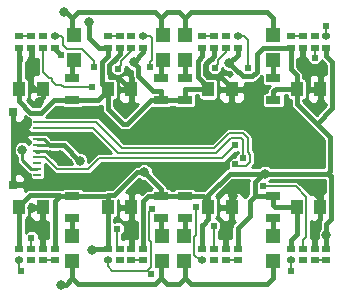
<source format=gbr>
G04 #@! TF.FileFunction,Copper,L2,Bot,Signal*
%FSLAX46Y46*%
G04 Gerber Fmt 4.6, Leading zero omitted, Abs format (unit mm)*
G04 Created by KiCad (PCBNEW (2014-12-04 BZR 5312)-product) date Ut 21. apríl 2015, 11:03:53 CEST*
%MOMM*%
G01*
G04 APERTURE LIST*
%ADD10C,0.100000*%
%ADD11R,1.300000X0.700000*%
%ADD12R,1.198880X1.198880*%
%ADD13R,0.650000X0.250000*%
%ADD14R,0.800000X0.700000*%
%ADD15O,0.720000X0.600000*%
%ADD16R,0.720000X0.600000*%
%ADD17R,1.000000X1.250000*%
%ADD18C,0.812800*%
%ADD19C,0.609600*%
%ADD20C,0.406400*%
%ADD21C,0.254000*%
%ADD22C,0.203200*%
G04 APERTURE END LIST*
D10*
D11*
X190500000Y-108450000D03*
X190500000Y-106550000D03*
D12*
X173601380Y-105031540D03*
X173601380Y-102933500D03*
X181140100Y-105031540D03*
X181140100Y-102933500D03*
X183000000Y-105049020D03*
X183000000Y-102950980D03*
X190500000Y-105049020D03*
X190500000Y-102950980D03*
X190500000Y-119950980D03*
X190500000Y-122049020D03*
X173500000Y-119950980D03*
X173500000Y-122049020D03*
X182920640Y-119923560D03*
X182920640Y-122021600D03*
X181119780Y-119913400D03*
X181119780Y-122011440D03*
D13*
X170537500Y-114750000D03*
X170537500Y-114250000D03*
X170537500Y-113750000D03*
X170537500Y-113250000D03*
X170537500Y-112750000D03*
X170537500Y-112250000D03*
X170537500Y-111750000D03*
X170537500Y-111250000D03*
X170537500Y-110750000D03*
X170537500Y-110250000D03*
D14*
X168462500Y-115600000D03*
X168462500Y-109400000D03*
D15*
X195000000Y-103000000D03*
D16*
X194000000Y-103000000D03*
X193000000Y-103000000D03*
X192000000Y-103000000D03*
X192000000Y-104000000D03*
X193000000Y-104000000D03*
X194000000Y-104000000D03*
X195000000Y-104000000D03*
D15*
X187500000Y-103000000D03*
D16*
X186500000Y-103000000D03*
X185500000Y-103000000D03*
X184500000Y-103000000D03*
X184500000Y-104000000D03*
X185500000Y-104000000D03*
X186500000Y-104000000D03*
X187500000Y-104000000D03*
D15*
X179500000Y-103000000D03*
D16*
X178500000Y-103000000D03*
X177500000Y-103000000D03*
X176500000Y-103000000D03*
X176500000Y-104000000D03*
X177500000Y-104000000D03*
X178500000Y-104000000D03*
X179500000Y-104000000D03*
D15*
X172000000Y-103000000D03*
D16*
X171000000Y-103000000D03*
X170000000Y-103000000D03*
X169000000Y-103000000D03*
X169000000Y-104000000D03*
X170000000Y-104000000D03*
X171000000Y-104000000D03*
X172000000Y-104000000D03*
D15*
X184500000Y-122000000D03*
D16*
X185500000Y-122000000D03*
X186500000Y-122000000D03*
X187500000Y-122000000D03*
X187500000Y-121000000D03*
X186500000Y-121000000D03*
X185500000Y-121000000D03*
X184500000Y-121000000D03*
D15*
X169000000Y-122000000D03*
D16*
X170000000Y-122000000D03*
X171000000Y-122000000D03*
X172000000Y-122000000D03*
X172000000Y-121000000D03*
X171000000Y-121000000D03*
X170000000Y-121000000D03*
X169000000Y-121000000D03*
D15*
X192000000Y-122000000D03*
D16*
X193000000Y-122000000D03*
X194000000Y-122000000D03*
X195000000Y-122000000D03*
X195000000Y-121000000D03*
X194000000Y-121000000D03*
X193000000Y-121000000D03*
X192000000Y-121000000D03*
D15*
X176500000Y-122000000D03*
D16*
X177500000Y-122000000D03*
X178500000Y-122000000D03*
X179500000Y-122000000D03*
X179500000Y-121000000D03*
X178500000Y-121000000D03*
X177500000Y-121000000D03*
X176500000Y-121000000D03*
D17*
X169000000Y-107500000D03*
X171000000Y-107500000D03*
X176500000Y-107500000D03*
X178500000Y-107500000D03*
X185000000Y-107500000D03*
X187000000Y-107500000D03*
X192500000Y-107500000D03*
X194500000Y-107500000D03*
X185000000Y-117500000D03*
X187000000Y-117500000D03*
X169000000Y-117500000D03*
X171000000Y-117500000D03*
X176500000Y-117500000D03*
X178500000Y-117500000D03*
X192500000Y-117500000D03*
X194500000Y-117500000D03*
D11*
X173500000Y-108450000D03*
X173500000Y-106550000D03*
X181000000Y-108450000D03*
X181000000Y-106550000D03*
X183000000Y-108450000D03*
X183000000Y-106550000D03*
X190500000Y-116550000D03*
X190500000Y-118450000D03*
X173500000Y-116550000D03*
X173500000Y-118450000D03*
X183000000Y-116550000D03*
X183000000Y-118450000D03*
X181000000Y-116550000D03*
X181000000Y-118450000D03*
D18*
X172419577Y-113062810D03*
X174259240Y-111541560D03*
X181442360Y-111668560D03*
X189461140Y-109634020D03*
X194518280Y-108684060D03*
X180350759Y-109443501D03*
X177985420Y-109179360D03*
X170109602Y-117568980D03*
X179336700Y-115587780D03*
X185516520Y-111285020D03*
X187085194Y-116509601D03*
X193807661Y-116128216D03*
X170654980Y-108546900D03*
X182615840Y-114117120D03*
X174083980Y-115242340D03*
X174111920Y-113558320D03*
X179575460Y-114515900D03*
X175155860Y-121102120D03*
X189814200Y-114645440D03*
X186795880Y-105300871D03*
X178679004Y-105215436D03*
X174929800Y-101820980D03*
X195000000Y-119841325D03*
D19*
X172493938Y-104576880D03*
X169070030Y-104939505D03*
D18*
X172544740Y-124091700D03*
X172793660Y-100977700D03*
D19*
X187283487Y-113854946D03*
X187924440Y-113355120D03*
X187273516Y-112246955D03*
D18*
X169243229Y-112626140D03*
D19*
X195003420Y-102123240D03*
X188394340Y-105697020D03*
X185539380Y-105666540D03*
X194010280Y-104861360D03*
X180032648Y-105625900D03*
X177346535Y-105757702D03*
X175313310Y-105623360D03*
X175140620Y-107358180D03*
X169141629Y-122900440D03*
X170037760Y-120068340D03*
X191985900Y-122908060D03*
X189636326Y-115739121D03*
X183991998Y-117480080D03*
X185484181Y-119053021D03*
X180167280Y-123164600D03*
X180211209Y-117611326D03*
X177302160Y-119301260D03*
D20*
X170000000Y-104000000D02*
X170000000Y-107165480D01*
X171000000Y-121000000D02*
X171000000Y-117500000D01*
X178500000Y-121000000D02*
X178500000Y-117500000D01*
X186500000Y-121000000D02*
X186500000Y-119000000D01*
X187000000Y-118531400D02*
X187000000Y-117500000D01*
X186531400Y-119000000D02*
X187000000Y-118531400D01*
X186500000Y-119000000D02*
X186531400Y-119000000D01*
X194000000Y-121000000D02*
X194000000Y-119000000D01*
X194500000Y-118531400D02*
X194500000Y-117500000D01*
X194031400Y-119000000D02*
X194500000Y-118531400D01*
X194000000Y-119000000D02*
X194031400Y-119000000D01*
D21*
X170537500Y-111250000D02*
X171630880Y-111250000D01*
X172279667Y-113202720D02*
X172419577Y-113062810D01*
X171754800Y-113202720D02*
X172279667Y-113202720D01*
X171302080Y-112750000D02*
X171754800Y-113202720D01*
X170537500Y-112750000D02*
X171302080Y-112750000D01*
X171922440Y-111541560D02*
X174259240Y-111541560D01*
X171630880Y-111250000D02*
X171922440Y-111541560D01*
D20*
X193593600Y-107500000D02*
X193406401Y-107312801D01*
X194500000Y-107500000D02*
X193593600Y-107500000D01*
X193406401Y-105310059D02*
X192963800Y-104867458D01*
X193406401Y-107312801D02*
X193406401Y-105310059D01*
X193000000Y-104831258D02*
X193000000Y-104000000D01*
X192963800Y-104867458D02*
X193000000Y-104831258D01*
X185500000Y-104000000D02*
X185500000Y-104653342D01*
X186002741Y-106377741D02*
X187000000Y-107375000D01*
X184828179Y-106007917D02*
X185198003Y-106377741D01*
X185500000Y-104653342D02*
X184828179Y-105325163D01*
X184828179Y-105325163D02*
X184828179Y-106007917D01*
X185198003Y-106377741D02*
X186002741Y-106377741D01*
X187000000Y-107375000D02*
X187000000Y-107500000D01*
X178356522Y-107500000D02*
X177325121Y-106468599D01*
X176634139Y-106138765D02*
X176634139Y-105451027D01*
X178500000Y-107500000D02*
X178356522Y-107500000D01*
X177325121Y-106468599D02*
X176963973Y-106468599D01*
X176963973Y-106468599D02*
X176634139Y-106138765D01*
X176634139Y-105451027D02*
X177143324Y-104941842D01*
X177143324Y-104941842D02*
X177143324Y-104908822D01*
X177500000Y-104552146D02*
X177500000Y-104000000D01*
X177143324Y-104908822D02*
X177500000Y-104552146D01*
X170334520Y-107500000D02*
X171000000Y-107500000D01*
X170000000Y-107165480D02*
X170334520Y-107500000D01*
X194518280Y-107518280D02*
X194500000Y-107500000D01*
X194518280Y-108684060D02*
X194518280Y-107518280D01*
X189461140Y-109001560D02*
X189461140Y-109634020D01*
X187959580Y-107500000D02*
X189461140Y-109001560D01*
X187000000Y-107500000D02*
X187959580Y-107500000D01*
X187000000Y-108503600D02*
X187000000Y-107500000D01*
X181442360Y-111668560D02*
X183835040Y-111668560D01*
X181442360Y-110535102D02*
X180350759Y-109443501D01*
X181442360Y-111668560D02*
X181442360Y-110535102D01*
X178500000Y-108664780D02*
X177985420Y-109179360D01*
X178500000Y-107500000D02*
X178500000Y-108664780D01*
X168462500Y-114843600D02*
X168462500Y-115600000D01*
X168430428Y-114811528D02*
X168462500Y-114843600D01*
X168430428Y-112235995D02*
X168430428Y-114811528D01*
X168462500Y-112203923D02*
X168430428Y-112235995D01*
D22*
X169716487Y-110957187D02*
X168462500Y-110957187D01*
X170009300Y-111250000D02*
X169716487Y-110957187D01*
D20*
X168462500Y-110957187D02*
X168462500Y-112203923D01*
D22*
X170537500Y-111250000D02*
X170009300Y-111250000D01*
D20*
X168462500Y-109400000D02*
X168462500Y-110957187D01*
X170931020Y-117568980D02*
X171000000Y-117500000D01*
X170109602Y-117568980D02*
X170931020Y-117568980D01*
X178500000Y-116424480D02*
X179336700Y-115587780D01*
X178500000Y-117500000D02*
X178500000Y-116424480D01*
X185198883Y-110304717D02*
X185198883Y-110967383D01*
X183835040Y-111668560D02*
X185198883Y-110304717D01*
X185198883Y-110967383D02*
X185516520Y-111285020D01*
X185198883Y-110304717D02*
X187000000Y-108503600D01*
X187085194Y-117414806D02*
X187000000Y-117500000D01*
X187085194Y-116509601D02*
X187085194Y-117414806D01*
X194500000Y-116820555D02*
X193807661Y-116128216D01*
X194500000Y-117500000D02*
X194500000Y-116820555D01*
X171000000Y-108201880D02*
X170654980Y-108546900D01*
X171000000Y-107500000D02*
X171000000Y-108201880D01*
X173500000Y-108450000D02*
X171906522Y-108450000D01*
X169000000Y-121000000D02*
X169000000Y-117500000D01*
X176500000Y-121000000D02*
X176500000Y-117500000D01*
X184500000Y-121000000D02*
X184500000Y-119000000D01*
X185000000Y-118531400D02*
X185000000Y-117500000D01*
X184531400Y-119000000D02*
X185000000Y-118531400D01*
X184500000Y-119000000D02*
X184531400Y-119000000D01*
X172443600Y-116550000D02*
X173500000Y-116550000D01*
X172000000Y-116993600D02*
X172443600Y-116550000D01*
X172000000Y-121000000D02*
X172000000Y-116993600D01*
X179943600Y-116550000D02*
X181000000Y-116550000D01*
X179500000Y-116993600D02*
X179943600Y-116550000D01*
X179500000Y-121000000D02*
X179500000Y-116993600D01*
X185000000Y-117500000D02*
X185000000Y-117000000D01*
X184550000Y-116550000D02*
X183000000Y-116550000D01*
X185000000Y-117000000D02*
X184550000Y-116550000D01*
X187500000Y-119250000D02*
X188500000Y-118250000D01*
X187500000Y-121000000D02*
X187500000Y-119250000D01*
X188500000Y-118250000D02*
X188500000Y-117000000D01*
X188950000Y-116550000D02*
X190500000Y-116550000D01*
X188500000Y-117000000D02*
X188950000Y-116550000D01*
X195000000Y-121000000D02*
X195000000Y-120293600D01*
X190500000Y-117306400D02*
X190500000Y-116550000D01*
X190693600Y-117500000D02*
X190500000Y-117306400D01*
X192500000Y-117500000D02*
X190693600Y-117500000D01*
X195000000Y-118893518D02*
X195406401Y-118487117D01*
X195000000Y-119000000D02*
X195000000Y-118893518D01*
D22*
X192024000Y-103902000D02*
X192048000Y-103878000D01*
D21*
X171116500Y-111750000D02*
X171612560Y-112246060D01*
X170537500Y-111750000D02*
X171116500Y-111750000D01*
X171608620Y-112250000D02*
X171612560Y-112246060D01*
X170537500Y-112250000D02*
X171608620Y-112250000D01*
D20*
X174101760Y-113558320D02*
X174111920Y-113558320D01*
X172793440Y-112250000D02*
X174101760Y-113558320D01*
X171608620Y-112250000D02*
X172793440Y-112250000D01*
X192000000Y-104000000D02*
X192000000Y-105822880D01*
X192500000Y-106322880D02*
X192500000Y-107500000D01*
X192000000Y-105822880D02*
X192500000Y-106322880D01*
X169000000Y-104000000D02*
X169000000Y-107500000D01*
X192000000Y-121000000D02*
X192000000Y-120293600D01*
X192000000Y-120293600D02*
X192500000Y-119793600D01*
X192500000Y-119793600D02*
X192500000Y-117500000D01*
X181000000Y-116550000D02*
X183000000Y-116550000D01*
X181000000Y-115940440D02*
X179575460Y-114515900D01*
X181000000Y-116550000D02*
X181000000Y-115940440D01*
X179000724Y-114515900D02*
X177052544Y-116464080D01*
X179575460Y-114515900D02*
X179000724Y-114515900D01*
X176500000Y-116468600D02*
X176500000Y-117500000D01*
X176504520Y-116464080D02*
X176500000Y-116468600D01*
X177052544Y-116464080D02*
X176504520Y-116464080D01*
X176418600Y-116550000D02*
X173500000Y-116550000D01*
X176504520Y-116464080D02*
X176418600Y-116550000D01*
X172362199Y-116468599D02*
X172443600Y-116550000D01*
X169906401Y-116468599D02*
X172362199Y-116468599D01*
X169000000Y-117375000D02*
X169906401Y-116468599D01*
X169000000Y-117500000D02*
X169000000Y-117375000D01*
X175257980Y-121000000D02*
X175155860Y-121102120D01*
X176500000Y-121000000D02*
X175257980Y-121000000D01*
X189677429Y-114645440D02*
X189814200Y-114645440D01*
X188925125Y-115397744D02*
X189677429Y-114645440D01*
X188925125Y-116525125D02*
X188925125Y-115397744D01*
X188950000Y-116550000D02*
X188925125Y-116525125D01*
X195406401Y-116487341D02*
X195406401Y-114885861D01*
X195406401Y-118487117D02*
X195406401Y-116487341D01*
X195406401Y-116487341D02*
X195406401Y-115906401D01*
X195165980Y-114645440D02*
X189814200Y-114645440D01*
X195406401Y-114885861D02*
X195165980Y-114645440D01*
X195165980Y-114645440D02*
X195165980Y-114561620D01*
X195165980Y-114561620D02*
X195320920Y-114406680D01*
X195320920Y-114406680D02*
X195320920Y-111544100D01*
X192500000Y-108723180D02*
X192500000Y-107500000D01*
X190500000Y-107693600D02*
X190708420Y-107485180D01*
X190500000Y-108450000D02*
X190500000Y-107693600D01*
X190723240Y-107500000D02*
X192500000Y-107500000D01*
X190708420Y-107485180D02*
X190723240Y-107500000D01*
X195000000Y-104706400D02*
X195501260Y-105207660D01*
X195000000Y-104000000D02*
X195000000Y-104706400D01*
X195501260Y-109091476D02*
X194184778Y-110407958D01*
X195501260Y-105207660D02*
X195501260Y-109091476D01*
X194184778Y-110407958D02*
X192500000Y-108723180D01*
X195320920Y-111544100D02*
X194184778Y-110407958D01*
X184093600Y-105112800D02*
X184500000Y-104706400D01*
X184093600Y-106468600D02*
X184093600Y-105112800D01*
X185000000Y-107500000D02*
X185000000Y-107375000D01*
X184500000Y-104706400D02*
X184500000Y-104000000D01*
X185000000Y-107375000D02*
X184093600Y-106468600D01*
X187500000Y-104596751D02*
X187500000Y-104000000D01*
X186795880Y-105300871D02*
X187500000Y-104596751D01*
X187202279Y-105707270D02*
X186795880Y-105300871D01*
X187903230Y-106408221D02*
X187202279Y-105707270D01*
X188735717Y-106408221D02*
X187903230Y-106408221D01*
X189105541Y-106038397D02*
X188735717Y-106408221D01*
X189105541Y-104513077D02*
X189105541Y-106038397D01*
X189618618Y-104000000D02*
X189105541Y-104513077D01*
X192000000Y-104000000D02*
X189618618Y-104000000D01*
X183000000Y-108450000D02*
X181000000Y-108450000D01*
X185000000Y-107500000D02*
X183058220Y-107500000D01*
X183000000Y-107558220D02*
X183000000Y-108450000D01*
X183058220Y-107500000D02*
X183000000Y-107558220D01*
X176500000Y-107500000D02*
X176024529Y-107024529D01*
X176024529Y-105181871D02*
X176500000Y-104706400D01*
X176500000Y-104706400D02*
X176500000Y-104000000D01*
X176024529Y-107024529D02*
X176024529Y-105181871D01*
X179500000Y-104394440D02*
X179500000Y-104000000D01*
X178679004Y-105215436D02*
X179500000Y-104394440D01*
X179085403Y-106366925D02*
X180340818Y-107622340D01*
X179085403Y-105621835D02*
X179085403Y-106366925D01*
X178679004Y-105215436D02*
X179085403Y-105621835D01*
X181000000Y-107693600D02*
X181000000Y-108450000D01*
X180928740Y-107622340D02*
X181000000Y-107693600D01*
X180340818Y-107622340D02*
X180928740Y-107622340D01*
X176500000Y-107625000D02*
X176500000Y-107500000D01*
X176500000Y-107625000D02*
X175674620Y-108450380D01*
X175674240Y-108450000D02*
X173500000Y-108450000D01*
X175674620Y-108450380D02*
X175674240Y-108450000D01*
X174929800Y-103196200D02*
X174929800Y-101820980D01*
X175733600Y-104000000D02*
X174929800Y-103196200D01*
X176500000Y-104000000D02*
X175733600Y-104000000D01*
X176500000Y-109154440D02*
X176500000Y-107625000D01*
X177769520Y-110423960D02*
X176500000Y-109154440D01*
X178145440Y-110423960D02*
X177769520Y-110423960D01*
X180119400Y-108450000D02*
X178145440Y-110423960D01*
X181000000Y-108450000D02*
X180119400Y-108450000D01*
X195000000Y-119841325D02*
X195000000Y-119000000D01*
X195000000Y-120293600D02*
X195000000Y-119841325D01*
X172000000Y-104082942D02*
X172493938Y-104576880D01*
X172000000Y-104000000D02*
X172000000Y-104082942D01*
X189239464Y-114645440D02*
X189814200Y-114645440D01*
X186823160Y-114645440D02*
X189239464Y-114645440D01*
X185000000Y-116468600D02*
X186823160Y-114645440D01*
X185000000Y-117500000D02*
X185000000Y-116468600D01*
X169000000Y-104869475D02*
X169070030Y-104939505D01*
X169000000Y-104000000D02*
X169000000Y-104869475D01*
X169000000Y-108531400D02*
X169000000Y-107500000D01*
X169952760Y-109484160D02*
X169000000Y-108531400D01*
X170872362Y-109484160D02*
X169952760Y-109484160D01*
X171906522Y-108450000D02*
X170872362Y-109484160D01*
X173500000Y-105049020D02*
X173500000Y-106550000D01*
X181000000Y-123500000D02*
X181000000Y-122049020D01*
X181000000Y-123500000D02*
X181500000Y-124000000D01*
X181500000Y-124000000D02*
X182500000Y-124000000D01*
X182500000Y-124000000D02*
X183000000Y-123500000D01*
X183000000Y-123500000D02*
X183000000Y-122049020D01*
X183000000Y-123500000D02*
X183500000Y-124000000D01*
X183500000Y-124000000D02*
X190000000Y-124000000D01*
X190000000Y-124000000D02*
X190500000Y-123500000D01*
X174000000Y-101000000D02*
X180500000Y-101000000D01*
X181000000Y-101500000D02*
X181000000Y-102950980D01*
X173500000Y-101500000D02*
X174000000Y-101000000D01*
X180500000Y-101000000D02*
X181000000Y-101500000D01*
X173500000Y-102950980D02*
X173500000Y-101500000D01*
X181000000Y-101500000D02*
X181500000Y-101000000D01*
X181500000Y-101000000D02*
X182500000Y-101000000D01*
X182500000Y-101000000D02*
X183000000Y-101500000D01*
X183000000Y-101500000D02*
X183000000Y-102950980D01*
X183000000Y-101500000D02*
X183500000Y-101000000D01*
X183500000Y-101000000D02*
X190000000Y-101000000D01*
X190000000Y-101000000D02*
X190500000Y-101500000D01*
X190500000Y-101500000D02*
X190500000Y-102950980D01*
X180500000Y-124000000D02*
X181000000Y-123500000D01*
X174000000Y-124000000D02*
X180500000Y-124000000D01*
X173500000Y-123500000D02*
X174000000Y-124000000D01*
X173500000Y-122049020D02*
X173500000Y-123500000D01*
X173558720Y-103009700D02*
X173500000Y-102950980D01*
X172926080Y-124073920D02*
X173500000Y-123500000D01*
X172562520Y-124073920D02*
X172926080Y-124073920D01*
X172544740Y-124091700D02*
X172562520Y-124073920D01*
X172970080Y-100970080D02*
X173500000Y-101500000D01*
X172786040Y-100970080D02*
X172970080Y-100970080D01*
X172793660Y-100977700D02*
X172786040Y-100970080D01*
X190500000Y-123500000D02*
X190500000Y-122049020D01*
X181000000Y-105049020D02*
X181000000Y-106550000D01*
X183000000Y-105049020D02*
X183000000Y-106550000D01*
X190500000Y-105049020D02*
X190500000Y-106550000D01*
X190500000Y-119950980D02*
X190500000Y-118450000D01*
X173500000Y-119950980D02*
X173500000Y-118450000D01*
X183000000Y-119950980D02*
X183000000Y-118450000D01*
X181000000Y-119950980D02*
X181000000Y-118450000D01*
D22*
X187393262Y-113964721D02*
X187283487Y-113854946D01*
X188330849Y-112859319D02*
X188534041Y-113062511D01*
X188217049Y-113964721D02*
X187393262Y-113964721D01*
X188330849Y-111596739D02*
X188330849Y-112859319D01*
X187965055Y-111230945D02*
X188330849Y-111596739D01*
X188534041Y-113647729D02*
X188217049Y-113964721D01*
X186725586Y-111230944D02*
X187965055Y-111230945D01*
X185485330Y-112471200D02*
X186725586Y-111230944D01*
X188534041Y-113062511D02*
X188534041Y-113647729D01*
X177713650Y-112471200D02*
X185485330Y-112471200D01*
X175492450Y-110250000D02*
X177713650Y-112471200D01*
X170537500Y-110250000D02*
X175492450Y-110250000D01*
X187924440Y-112924068D02*
X187924440Y-113355120D01*
X187796714Y-111637354D02*
X187924440Y-111765080D01*
X186893926Y-111637354D02*
X187796714Y-111637354D01*
X185640980Y-112890300D02*
X186893926Y-111637354D01*
X177391060Y-112890300D02*
X185640980Y-112890300D01*
X175250760Y-110750000D02*
X177391060Y-112890300D01*
X187924440Y-111765080D02*
X187924440Y-112924068D01*
X170537500Y-110750000D02*
X175250760Y-110750000D01*
X186190751Y-113329720D02*
X187273516Y-112246955D01*
X174848519Y-114269521D02*
X175788320Y-113329720D01*
X172210931Y-114269521D02*
X174848519Y-114269521D01*
X171191410Y-113250000D02*
X172210931Y-114269521D01*
X175788320Y-113329720D02*
X186190751Y-113329720D01*
X170537500Y-113250000D02*
X171191410Y-113250000D01*
D21*
X170260480Y-114250000D02*
X170257140Y-114246660D01*
X170537500Y-114250000D02*
X170260480Y-114250000D01*
X169243229Y-113500091D02*
X169243229Y-112626140D01*
X169989798Y-114246660D02*
X169243229Y-113500091D01*
X170257140Y-114246660D02*
X169989798Y-114246660D01*
D22*
X195003420Y-102996580D02*
X195000000Y-103000000D01*
X195003420Y-102123240D02*
X195003420Y-102996580D01*
X187500000Y-103000000D02*
X188063200Y-103000000D01*
X188063200Y-103000000D02*
X188394340Y-103331140D01*
X188394340Y-103331140D02*
X188394340Y-105265968D01*
X188394340Y-105265968D02*
X188394340Y-105697020D01*
X185844179Y-105361741D02*
X185539380Y-105666540D01*
X185844179Y-105044241D02*
X185844179Y-105361741D01*
X186500000Y-104388420D02*
X185844179Y-105044241D01*
X186500000Y-104000000D02*
X186500000Y-104388420D01*
X194010280Y-104010280D02*
X194000000Y-104000000D01*
X194010280Y-104861360D02*
X194010280Y-104010280D01*
X180233319Y-104994177D02*
X180032648Y-105194848D01*
X180032648Y-105194848D02*
X180032648Y-105625900D01*
X179500000Y-103000000D02*
X180063200Y-103000000D01*
X180063200Y-103000000D02*
X180233319Y-103170119D01*
X180233319Y-103170119D02*
X180233319Y-104994177D01*
X177651334Y-105119246D02*
X177651334Y-105452903D01*
X178500000Y-104270580D02*
X177651334Y-105119246D01*
X178500000Y-104000000D02*
X178500000Y-104270580D01*
X177651334Y-105452903D02*
X177346535Y-105757702D01*
X172001180Y-102998820D02*
X172000000Y-103000000D01*
X175313310Y-105103408D02*
X175313310Y-105192308D01*
X175313310Y-105192308D02*
X175313310Y-105623360D01*
X172563200Y-103000000D02*
X172697139Y-103133939D01*
X172697139Y-103133939D02*
X172697139Y-103776781D01*
X172697139Y-103776781D02*
X173047657Y-104127299D01*
X173047657Y-104127299D02*
X174337201Y-104127299D01*
X172000000Y-103000000D02*
X172563200Y-103000000D01*
X174337201Y-104127299D02*
X175313310Y-105103408D01*
X170990260Y-104009740D02*
X171000000Y-104000000D01*
X171540859Y-106570199D02*
X170990260Y-106019600D01*
X171743841Y-106570199D02*
X171540859Y-106570199D01*
X171804801Y-106834141D02*
X171804801Y-106631159D01*
X170990260Y-106019600D02*
X170990260Y-104009740D01*
X171804801Y-106631159D02*
X171743841Y-106570199D01*
X172114501Y-107143841D02*
X171804801Y-106834141D01*
X172759538Y-107358180D02*
X172545199Y-107143841D01*
X172545199Y-107143841D02*
X172114501Y-107143841D01*
X175140620Y-107358180D02*
X172759538Y-107358180D01*
X168910000Y-122190000D02*
X168934000Y-122166000D01*
X169003980Y-122003980D02*
X169000000Y-122000000D01*
X169003980Y-122762791D02*
X169003980Y-122003980D01*
X169141629Y-122900440D02*
X169003980Y-122762791D01*
X169926000Y-121158000D02*
X169934000Y-121166000D01*
X170037760Y-120962240D02*
X170000000Y-121000000D01*
X170037760Y-120068340D02*
X170037760Y-120962240D01*
X191985900Y-122014100D02*
X192000000Y-122000000D01*
X191985900Y-122908060D02*
X191985900Y-122014100D01*
X193000748Y-120999252D02*
X193000000Y-121000000D01*
X193000748Y-120298645D02*
X193000748Y-120999252D01*
X192412763Y-115739121D02*
X189636326Y-115739121D01*
X193304801Y-116631159D02*
X192412763Y-115739121D01*
X193304801Y-119994592D02*
X193304801Y-116631159D01*
X193000748Y-120298645D02*
X193304801Y-119994592D01*
X184477660Y-122022340D02*
X184500000Y-122000000D01*
X184500000Y-122000000D02*
X184268100Y-122000000D01*
X183991998Y-117911132D02*
X183991998Y-117480080D01*
X183991998Y-119825340D02*
X183991998Y-117911132D01*
X183835199Y-119982139D02*
X183991998Y-119825340D01*
X183835199Y-121567099D02*
X183835199Y-119982139D01*
X184268100Y-122000000D02*
X183835199Y-121567099D01*
X185484181Y-120984181D02*
X185500000Y-121000000D01*
X185484181Y-119053021D02*
X185484181Y-120984181D01*
X180167280Y-123164600D02*
X179862481Y-122859801D01*
X179862481Y-122859801D02*
X179848841Y-122859801D01*
X179848841Y-122859801D02*
X179813282Y-122895360D01*
X176476660Y-122023340D02*
X176500000Y-122000000D01*
X180164801Y-122543841D02*
X179813282Y-122895360D01*
X180164801Y-120456159D02*
X180164801Y-122543841D01*
X180008010Y-120299368D02*
X180164801Y-120456159D01*
X180008010Y-117814525D02*
X180008010Y-120299368D01*
X180211209Y-117611326D02*
X180008010Y-117814525D01*
X176476660Y-122479860D02*
X176476660Y-122344641D01*
X176892160Y-122895360D02*
X176476660Y-122479860D01*
X179813282Y-122895360D02*
X176892160Y-122895360D01*
X176476660Y-122344641D02*
X176476660Y-122023340D01*
X177302160Y-120802160D02*
X177500000Y-121000000D01*
X177302160Y-119301260D02*
X177302160Y-120802160D01*
X192000000Y-103000000D02*
X193000000Y-103000000D01*
X184500000Y-103000000D02*
X185500000Y-103000000D01*
X176500000Y-103000000D02*
X177500000Y-103000000D01*
X169000000Y-103000000D02*
X170000000Y-103000000D01*
X186500000Y-122000000D02*
X187500000Y-122000000D01*
X171000000Y-122000000D02*
X172000000Y-122000000D01*
X194000000Y-122000000D02*
X195000000Y-122000000D01*
X178500000Y-122000000D02*
X179500000Y-122000000D01*
D21*
G36*
X170684500Y-112788331D02*
X170390500Y-112788331D01*
X170390500Y-112711669D01*
X170684500Y-112711669D01*
X170684500Y-112788331D01*
X170684500Y-112788331D01*
G37*
X170684500Y-112788331D02*
X170390500Y-112788331D01*
X170390500Y-112711669D01*
X170684500Y-112711669D01*
X170684500Y-112788331D01*
G36*
X171147000Y-107627000D02*
X171127000Y-107627000D01*
X171127000Y-107647000D01*
X170873000Y-107647000D01*
X170873000Y-107627000D01*
X170023750Y-107627000D01*
X169865000Y-107785750D01*
X169865000Y-107998691D01*
X169865000Y-108251310D01*
X169961673Y-108484699D01*
X170140302Y-108663327D01*
X170373691Y-108760000D01*
X170714250Y-108760000D01*
X170872998Y-108601252D01*
X170872998Y-108729182D01*
X170651420Y-108950760D01*
X170173702Y-108950760D01*
X169646592Y-108423650D01*
X169736562Y-108364550D01*
X169810636Y-108254813D01*
X169836669Y-108125000D01*
X169836669Y-106875000D01*
X169812241Y-106749096D01*
X169739550Y-106638438D01*
X169629813Y-106564364D01*
X169533400Y-106545029D01*
X169533400Y-105374185D01*
X169608043Y-105299673D01*
X169704919Y-105066368D01*
X169705033Y-104935000D01*
X169714250Y-104935000D01*
X169873000Y-104776250D01*
X169873000Y-104127000D01*
X169853000Y-104127000D01*
X169853000Y-103873000D01*
X169873000Y-103873000D01*
X169873000Y-103853000D01*
X170127000Y-103853000D01*
X170127000Y-103873000D01*
X170147000Y-103873000D01*
X170147000Y-104127000D01*
X170127000Y-104127000D01*
X170127000Y-104776250D01*
X170285750Y-104935000D01*
X170486310Y-104935000D01*
X170558460Y-104905114D01*
X170558460Y-106019600D01*
X170591329Y-106184843D01*
X170628183Y-106240000D01*
X170373691Y-106240000D01*
X170140302Y-106336673D01*
X169961673Y-106515301D01*
X169865000Y-106748690D01*
X169865000Y-107001309D01*
X169865000Y-107214250D01*
X170023750Y-107373000D01*
X170873000Y-107373000D01*
X170873000Y-107353000D01*
X171127000Y-107353000D01*
X171127000Y-107373000D01*
X171147000Y-107373000D01*
X171147000Y-107627000D01*
X171147000Y-107627000D01*
G37*
X171147000Y-107627000D02*
X171127000Y-107627000D01*
X171127000Y-107647000D01*
X170873000Y-107647000D01*
X170873000Y-107627000D01*
X170023750Y-107627000D01*
X169865000Y-107785750D01*
X169865000Y-107998691D01*
X169865000Y-108251310D01*
X169961673Y-108484699D01*
X170140302Y-108663327D01*
X170373691Y-108760000D01*
X170714250Y-108760000D01*
X170872998Y-108601252D01*
X170872998Y-108729182D01*
X170651420Y-108950760D01*
X170173702Y-108950760D01*
X169646592Y-108423650D01*
X169736562Y-108364550D01*
X169810636Y-108254813D01*
X169836669Y-108125000D01*
X169836669Y-106875000D01*
X169812241Y-106749096D01*
X169739550Y-106638438D01*
X169629813Y-106564364D01*
X169533400Y-106545029D01*
X169533400Y-105374185D01*
X169608043Y-105299673D01*
X169704919Y-105066368D01*
X169705033Y-104935000D01*
X169714250Y-104935000D01*
X169873000Y-104776250D01*
X169873000Y-104127000D01*
X169853000Y-104127000D01*
X169853000Y-103873000D01*
X169873000Y-103873000D01*
X169873000Y-103853000D01*
X170127000Y-103853000D01*
X170127000Y-103873000D01*
X170147000Y-103873000D01*
X170147000Y-104127000D01*
X170127000Y-104127000D01*
X170127000Y-104776250D01*
X170285750Y-104935000D01*
X170486310Y-104935000D01*
X170558460Y-104905114D01*
X170558460Y-106019600D01*
X170591329Y-106184843D01*
X170628183Y-106240000D01*
X170373691Y-106240000D01*
X170140302Y-106336673D01*
X169961673Y-106515301D01*
X169865000Y-106748690D01*
X169865000Y-107001309D01*
X169865000Y-107214250D01*
X170023750Y-107373000D01*
X170873000Y-107373000D01*
X170873000Y-107353000D01*
X171127000Y-107353000D01*
X171127000Y-107373000D01*
X171147000Y-107373000D01*
X171147000Y-107627000D01*
G36*
X171466600Y-120065000D02*
X171285750Y-120065000D01*
X171127000Y-120223750D01*
X171127000Y-120873000D01*
X171147000Y-120873000D01*
X171147000Y-121127000D01*
X171127000Y-121127000D01*
X171127000Y-121147000D01*
X170873000Y-121147000D01*
X170873000Y-121127000D01*
X170853000Y-121127000D01*
X170853000Y-120873000D01*
X170873000Y-120873000D01*
X170873000Y-120223750D01*
X170873000Y-118601250D01*
X170873000Y-117627000D01*
X170023750Y-117627000D01*
X169865000Y-117785750D01*
X169865000Y-117998691D01*
X169865000Y-118251310D01*
X169961673Y-118484699D01*
X170140302Y-118663327D01*
X170373691Y-118760000D01*
X170714250Y-118760000D01*
X170873000Y-118601250D01*
X170873000Y-120223750D01*
X170714250Y-120065000D01*
X170672762Y-120065000D01*
X170672870Y-119942585D01*
X170576400Y-119709112D01*
X170397928Y-119530327D01*
X170164623Y-119433451D01*
X169912005Y-119433230D01*
X169678532Y-119529700D01*
X169533400Y-119674577D01*
X169533400Y-118455188D01*
X169625904Y-118437241D01*
X169736562Y-118364550D01*
X169810636Y-118254813D01*
X169836669Y-118125000D01*
X169836669Y-117292672D01*
X169890045Y-117239295D01*
X170023750Y-117373000D01*
X170873000Y-117373000D01*
X170873000Y-117353000D01*
X171127000Y-117353000D01*
X171127000Y-117373000D01*
X171147000Y-117373000D01*
X171147000Y-117627000D01*
X171127000Y-117627000D01*
X171127000Y-118601250D01*
X171285750Y-118760000D01*
X171466600Y-118760000D01*
X171466600Y-120065000D01*
X171466600Y-120065000D01*
G37*
X171466600Y-120065000D02*
X171285750Y-120065000D01*
X171127000Y-120223750D01*
X171127000Y-120873000D01*
X171147000Y-120873000D01*
X171147000Y-121127000D01*
X171127000Y-121127000D01*
X171127000Y-121147000D01*
X170873000Y-121147000D01*
X170873000Y-121127000D01*
X170853000Y-121127000D01*
X170853000Y-120873000D01*
X170873000Y-120873000D01*
X170873000Y-120223750D01*
X170873000Y-118601250D01*
X170873000Y-117627000D01*
X170023750Y-117627000D01*
X169865000Y-117785750D01*
X169865000Y-117998691D01*
X169865000Y-118251310D01*
X169961673Y-118484699D01*
X170140302Y-118663327D01*
X170373691Y-118760000D01*
X170714250Y-118760000D01*
X170873000Y-118601250D01*
X170873000Y-120223750D01*
X170714250Y-120065000D01*
X170672762Y-120065000D01*
X170672870Y-119942585D01*
X170576400Y-119709112D01*
X170397928Y-119530327D01*
X170164623Y-119433451D01*
X169912005Y-119433230D01*
X169678532Y-119529700D01*
X169533400Y-119674577D01*
X169533400Y-118455188D01*
X169625904Y-118437241D01*
X169736562Y-118364550D01*
X169810636Y-118254813D01*
X169836669Y-118125000D01*
X169836669Y-117292672D01*
X169890045Y-117239295D01*
X170023750Y-117373000D01*
X170873000Y-117373000D01*
X170873000Y-117353000D01*
X171127000Y-117353000D01*
X171127000Y-117373000D01*
X171147000Y-117373000D01*
X171147000Y-117627000D01*
X171127000Y-117627000D01*
X171127000Y-118601250D01*
X171285750Y-118760000D01*
X171466600Y-118760000D01*
X171466600Y-120065000D01*
G36*
X173430363Y-113837721D02*
X172389788Y-113837721D01*
X171496739Y-112944671D01*
X171418933Y-112892683D01*
X171418932Y-112892682D01*
X171403252Y-112877002D01*
X171497500Y-112877002D01*
X171497500Y-112761296D01*
X171608620Y-112783400D01*
X172572498Y-112783400D01*
X173375295Y-113586197D01*
X173375192Y-113704196D01*
X173430363Y-113837721D01*
X173430363Y-113837721D01*
G37*
X173430363Y-113837721D02*
X172389788Y-113837721D01*
X171496739Y-112944671D01*
X171418933Y-112892683D01*
X171418932Y-112892682D01*
X171403252Y-112877002D01*
X171497500Y-112877002D01*
X171497500Y-112761296D01*
X171608620Y-112783400D01*
X172572498Y-112783400D01*
X173375295Y-113586197D01*
X173375192Y-113704196D01*
X173430363Y-113837721D01*
G36*
X177647000Y-104127000D02*
X177627000Y-104127000D01*
X177627000Y-104147000D01*
X177373000Y-104147000D01*
X177373000Y-104127000D01*
X177353000Y-104127000D01*
X177353000Y-103873000D01*
X177373000Y-103873000D01*
X177373000Y-103853000D01*
X177627000Y-103853000D01*
X177627000Y-103873000D01*
X177647000Y-103873000D01*
X177647000Y-104127000D01*
X177647000Y-104127000D01*
G37*
X177647000Y-104127000D02*
X177627000Y-104127000D01*
X177627000Y-104147000D01*
X177373000Y-104147000D01*
X177373000Y-104127000D01*
X177353000Y-104127000D01*
X177353000Y-103873000D01*
X177373000Y-103873000D01*
X177373000Y-103853000D01*
X177627000Y-103853000D01*
X177627000Y-103873000D01*
X177647000Y-103873000D01*
X177647000Y-104127000D01*
G36*
X179055058Y-108760000D02*
X178373000Y-109442057D01*
X178373000Y-108601250D01*
X178373000Y-107627000D01*
X178373000Y-107373000D01*
X178373000Y-106398750D01*
X178214250Y-106240000D01*
X177873691Y-106240000D01*
X177640302Y-106336673D01*
X177461673Y-106515301D01*
X177365000Y-106748690D01*
X177365000Y-107001309D01*
X177365000Y-107214250D01*
X177523750Y-107373000D01*
X178373000Y-107373000D01*
X178373000Y-107627000D01*
X177523750Y-107627000D01*
X177365000Y-107785750D01*
X177365000Y-107998691D01*
X177365000Y-108251310D01*
X177461673Y-108484699D01*
X177640302Y-108663327D01*
X177873691Y-108760000D01*
X178214250Y-108760000D01*
X178373000Y-108601250D01*
X178373000Y-109442057D01*
X177957479Y-109857578D01*
X177033400Y-108933498D01*
X177033400Y-108455188D01*
X177125904Y-108437241D01*
X177236562Y-108364550D01*
X177310636Y-108254813D01*
X177336669Y-108125000D01*
X177336669Y-106875000D01*
X177312241Y-106749096D01*
X177239550Y-106638438D01*
X177129813Y-106564364D01*
X177000000Y-106538331D01*
X176557929Y-106538331D01*
X176557929Y-105402812D01*
X176877167Y-105083573D01*
X176877171Y-105083571D01*
X176877171Y-105083570D01*
X176984516Y-104922915D01*
X177013690Y-104935000D01*
X177214250Y-104935000D01*
X177372998Y-104776252D01*
X177372998Y-104786924D01*
X177346005Y-104813917D01*
X177265100Y-104935000D01*
X177252403Y-104954003D01*
X177219534Y-105119246D01*
X177219534Y-105123106D01*
X176987307Y-105219062D01*
X176808522Y-105397534D01*
X176711646Y-105630839D01*
X176711425Y-105883457D01*
X176807895Y-106116930D01*
X176986367Y-106295715D01*
X177219672Y-106392591D01*
X177472290Y-106392812D01*
X177705763Y-106296342D01*
X177884548Y-106117870D01*
X177981424Y-105884565D01*
X177981567Y-105720960D01*
X177981567Y-105720959D01*
X178049111Y-105619872D01*
X178054181Y-105632141D01*
X178261209Y-105839531D01*
X178531842Y-105951908D01*
X178552003Y-105951925D01*
X178552003Y-106366925D01*
X178592606Y-106571048D01*
X178627000Y-106622522D01*
X178627000Y-107373000D01*
X178647000Y-107373000D01*
X178647000Y-107627000D01*
X178627000Y-107627000D01*
X178627000Y-108601250D01*
X178785750Y-108760000D01*
X179055058Y-108760000D01*
X179055058Y-108760000D01*
G37*
X179055058Y-108760000D02*
X178373000Y-109442057D01*
X178373000Y-108601250D01*
X178373000Y-107627000D01*
X178373000Y-107373000D01*
X178373000Y-106398750D01*
X178214250Y-106240000D01*
X177873691Y-106240000D01*
X177640302Y-106336673D01*
X177461673Y-106515301D01*
X177365000Y-106748690D01*
X177365000Y-107001309D01*
X177365000Y-107214250D01*
X177523750Y-107373000D01*
X178373000Y-107373000D01*
X178373000Y-107627000D01*
X177523750Y-107627000D01*
X177365000Y-107785750D01*
X177365000Y-107998691D01*
X177365000Y-108251310D01*
X177461673Y-108484699D01*
X177640302Y-108663327D01*
X177873691Y-108760000D01*
X178214250Y-108760000D01*
X178373000Y-108601250D01*
X178373000Y-109442057D01*
X177957479Y-109857578D01*
X177033400Y-108933498D01*
X177033400Y-108455188D01*
X177125904Y-108437241D01*
X177236562Y-108364550D01*
X177310636Y-108254813D01*
X177336669Y-108125000D01*
X177336669Y-106875000D01*
X177312241Y-106749096D01*
X177239550Y-106638438D01*
X177129813Y-106564364D01*
X177000000Y-106538331D01*
X176557929Y-106538331D01*
X176557929Y-105402812D01*
X176877167Y-105083573D01*
X176877171Y-105083571D01*
X176877171Y-105083570D01*
X176984516Y-104922915D01*
X177013690Y-104935000D01*
X177214250Y-104935000D01*
X177372998Y-104776252D01*
X177372998Y-104786924D01*
X177346005Y-104813917D01*
X177265100Y-104935000D01*
X177252403Y-104954003D01*
X177219534Y-105119246D01*
X177219534Y-105123106D01*
X176987307Y-105219062D01*
X176808522Y-105397534D01*
X176711646Y-105630839D01*
X176711425Y-105883457D01*
X176807895Y-106116930D01*
X176986367Y-106295715D01*
X177219672Y-106392591D01*
X177472290Y-106392812D01*
X177705763Y-106296342D01*
X177884548Y-106117870D01*
X177981424Y-105884565D01*
X177981567Y-105720960D01*
X177981567Y-105720959D01*
X178049111Y-105619872D01*
X178054181Y-105632141D01*
X178261209Y-105839531D01*
X178531842Y-105951908D01*
X178552003Y-105951925D01*
X178552003Y-106366925D01*
X178592606Y-106571048D01*
X178627000Y-106622522D01*
X178627000Y-107373000D01*
X178647000Y-107373000D01*
X178647000Y-107627000D01*
X178627000Y-107627000D01*
X178627000Y-108601250D01*
X178785750Y-108760000D01*
X179055058Y-108760000D01*
G36*
X180205314Y-115900096D02*
X180113438Y-115960450D01*
X180075535Y-116016600D01*
X179943600Y-116016600D01*
X179739477Y-116057203D01*
X179566429Y-116172829D01*
X179381141Y-116358116D01*
X179359698Y-116336673D01*
X179126309Y-116240000D01*
X178785750Y-116240000D01*
X178627000Y-116398750D01*
X178627000Y-117373000D01*
X178647000Y-117373000D01*
X178647000Y-117627000D01*
X178627000Y-117627000D01*
X178627000Y-118601250D01*
X178785750Y-118760000D01*
X178966600Y-118760000D01*
X178966600Y-120065000D01*
X178785750Y-120065000D01*
X178627000Y-120223750D01*
X178627000Y-120873000D01*
X178647000Y-120873000D01*
X178647000Y-121127000D01*
X178627000Y-121127000D01*
X178627000Y-121147000D01*
X178373000Y-121147000D01*
X178373000Y-121127000D01*
X178353000Y-121127000D01*
X178353000Y-120873000D01*
X178373000Y-120873000D01*
X178373000Y-120223750D01*
X178373000Y-118601250D01*
X178373000Y-117627000D01*
X177523750Y-117627000D01*
X177365000Y-117785750D01*
X177365000Y-117998691D01*
X177365000Y-118251310D01*
X177461673Y-118484699D01*
X177640302Y-118663327D01*
X177873691Y-118760000D01*
X178214250Y-118760000D01*
X178373000Y-118601250D01*
X178373000Y-120223750D01*
X178214250Y-120065000D01*
X178013690Y-120065000D01*
X177780301Y-120161673D01*
X177733960Y-120208014D01*
X177733960Y-119767455D01*
X177840173Y-119661428D01*
X177937049Y-119428123D01*
X177937270Y-119175505D01*
X177840800Y-118942032D01*
X177662328Y-118763247D01*
X177429023Y-118666371D01*
X177176405Y-118666150D01*
X177033400Y-118725239D01*
X177033400Y-118455188D01*
X177125904Y-118437241D01*
X177236562Y-118364550D01*
X177310636Y-118254813D01*
X177336669Y-118125000D01*
X177336669Y-116903421D01*
X177365000Y-116884491D01*
X177365000Y-117001309D01*
X177365000Y-117214250D01*
X177523750Y-117373000D01*
X178373000Y-117373000D01*
X178373000Y-116398750D01*
X178214250Y-116240000D01*
X178030965Y-116240000D01*
X179144329Y-115126635D01*
X179157665Y-115139995D01*
X179428298Y-115252372D01*
X179557703Y-115252485D01*
X180205314Y-115900096D01*
X180205314Y-115900096D01*
G37*
X180205314Y-115900096D02*
X180113438Y-115960450D01*
X180075535Y-116016600D01*
X179943600Y-116016600D01*
X179739477Y-116057203D01*
X179566429Y-116172829D01*
X179381141Y-116358116D01*
X179359698Y-116336673D01*
X179126309Y-116240000D01*
X178785750Y-116240000D01*
X178627000Y-116398750D01*
X178627000Y-117373000D01*
X178647000Y-117373000D01*
X178647000Y-117627000D01*
X178627000Y-117627000D01*
X178627000Y-118601250D01*
X178785750Y-118760000D01*
X178966600Y-118760000D01*
X178966600Y-120065000D01*
X178785750Y-120065000D01*
X178627000Y-120223750D01*
X178627000Y-120873000D01*
X178647000Y-120873000D01*
X178647000Y-121127000D01*
X178627000Y-121127000D01*
X178627000Y-121147000D01*
X178373000Y-121147000D01*
X178373000Y-121127000D01*
X178353000Y-121127000D01*
X178353000Y-120873000D01*
X178373000Y-120873000D01*
X178373000Y-120223750D01*
X178373000Y-118601250D01*
X178373000Y-117627000D01*
X177523750Y-117627000D01*
X177365000Y-117785750D01*
X177365000Y-117998691D01*
X177365000Y-118251310D01*
X177461673Y-118484699D01*
X177640302Y-118663327D01*
X177873691Y-118760000D01*
X178214250Y-118760000D01*
X178373000Y-118601250D01*
X178373000Y-120223750D01*
X178214250Y-120065000D01*
X178013690Y-120065000D01*
X177780301Y-120161673D01*
X177733960Y-120208014D01*
X177733960Y-119767455D01*
X177840173Y-119661428D01*
X177937049Y-119428123D01*
X177937270Y-119175505D01*
X177840800Y-118942032D01*
X177662328Y-118763247D01*
X177429023Y-118666371D01*
X177176405Y-118666150D01*
X177033400Y-118725239D01*
X177033400Y-118455188D01*
X177125904Y-118437241D01*
X177236562Y-118364550D01*
X177310636Y-118254813D01*
X177336669Y-118125000D01*
X177336669Y-116903421D01*
X177365000Y-116884491D01*
X177365000Y-117001309D01*
X177365000Y-117214250D01*
X177523750Y-117373000D01*
X178373000Y-117373000D01*
X178373000Y-116398750D01*
X178214250Y-116240000D01*
X178030965Y-116240000D01*
X179144329Y-115126635D01*
X179157665Y-115139995D01*
X179428298Y-115252372D01*
X179557703Y-115252485D01*
X180205314Y-115900096D01*
G36*
X185647000Y-104127000D02*
X185627000Y-104127000D01*
X185627000Y-104147000D01*
X185373000Y-104147000D01*
X185373000Y-104127000D01*
X185353000Y-104127000D01*
X185353000Y-103873000D01*
X185373000Y-103873000D01*
X185373000Y-103853000D01*
X185627000Y-103853000D01*
X185627000Y-103873000D01*
X185647000Y-103873000D01*
X185647000Y-104127000D01*
X185647000Y-104127000D01*
G37*
X185647000Y-104127000D02*
X185627000Y-104127000D01*
X185627000Y-104147000D01*
X185373000Y-104147000D01*
X185373000Y-104127000D01*
X185353000Y-104127000D01*
X185353000Y-103873000D01*
X185373000Y-103873000D01*
X185373000Y-103853000D01*
X185627000Y-103853000D01*
X185627000Y-103873000D01*
X185647000Y-103873000D01*
X185647000Y-104127000D01*
G36*
X187492640Y-112888924D02*
X187386427Y-112994952D01*
X187292998Y-113219954D01*
X187157732Y-113219836D01*
X186924259Y-113316306D01*
X186745474Y-113494778D01*
X186648598Y-113728083D01*
X186648377Y-113980701D01*
X186711798Y-114134190D01*
X186711798Y-114134191D01*
X186619037Y-114152643D01*
X186445989Y-114268269D01*
X186445986Y-114268272D01*
X184673159Y-116041098D01*
X184550000Y-116016600D01*
X183924472Y-116016600D01*
X183889550Y-115963438D01*
X183779813Y-115889364D01*
X183650000Y-115863331D01*
X182350000Y-115863331D01*
X182224096Y-115887759D01*
X182113438Y-115960450D01*
X182075535Y-116016600D01*
X181924472Y-116016600D01*
X181889550Y-115963438D01*
X181779813Y-115889364D01*
X181650000Y-115863331D01*
X181518061Y-115863331D01*
X181492797Y-115736317D01*
X181377171Y-115563269D01*
X180312076Y-114498174D01*
X180312188Y-114370024D01*
X180200283Y-114099195D01*
X179993255Y-113891805D01*
X179722622Y-113779428D01*
X179429584Y-113779172D01*
X179158755Y-113891077D01*
X179067172Y-113982500D01*
X179000729Y-113982500D01*
X179000724Y-113982499D01*
X178796601Y-114023103D01*
X178623553Y-114138729D01*
X178623550Y-114138732D01*
X176831602Y-115930680D01*
X176504520Y-115930680D01*
X176300396Y-115971283D01*
X176232574Y-116016600D01*
X174424472Y-116016600D01*
X174389550Y-115963438D01*
X174279813Y-115889364D01*
X174150000Y-115863331D01*
X172850000Y-115863331D01*
X172724096Y-115887759D01*
X172613438Y-115960450D01*
X172591651Y-115992726D01*
X172566322Y-115975802D01*
X172362199Y-115935199D01*
X169906406Y-115935199D01*
X169906401Y-115935198D01*
X169702278Y-115975802D01*
X169529230Y-116091428D01*
X169529227Y-116091431D01*
X169464372Y-116156286D01*
X169497500Y-116076309D01*
X169497500Y-115885750D01*
X169497500Y-115314250D01*
X169497500Y-115123691D01*
X169400827Y-114890302D01*
X169222199Y-114711673D01*
X168988810Y-114615000D01*
X168748250Y-114615000D01*
X168589500Y-114773750D01*
X168589500Y-115473000D01*
X169338750Y-115473000D01*
X169497500Y-115314250D01*
X169497500Y-115885750D01*
X169338750Y-115727000D01*
X168589500Y-115727000D01*
X168589500Y-115747000D01*
X168380200Y-115747000D01*
X168380200Y-109253000D01*
X168589500Y-109253000D01*
X168589500Y-109273000D01*
X168609500Y-109273000D01*
X168609500Y-109527000D01*
X168589500Y-109527000D01*
X168589500Y-110226250D01*
X168748250Y-110385000D01*
X168988810Y-110385000D01*
X169222199Y-110288327D01*
X169400827Y-110109698D01*
X169497500Y-109876309D01*
X169497500Y-109783242D01*
X169575589Y-109861331D01*
X169748637Y-109976957D01*
X169899501Y-110006966D01*
X169875831Y-110125000D01*
X169875831Y-110375000D01*
X169900259Y-110500904D01*
X169900610Y-110501438D01*
X169886299Y-110572797D01*
X169852801Y-110586673D01*
X169674173Y-110765302D01*
X169577500Y-110998691D01*
X169577500Y-111028750D01*
X169736250Y-111187500D01*
X170091981Y-111187500D01*
X170212500Y-111211669D01*
X170862500Y-111211669D01*
X170987069Y-111187500D01*
X171338750Y-111187500D01*
X171344450Y-111181800D01*
X175071902Y-111181800D01*
X176788021Y-112897920D01*
X175788320Y-112897920D01*
X175623077Y-112930789D01*
X175482991Y-113024391D01*
X175482988Y-113024394D01*
X174848432Y-113658949D01*
X174848648Y-113412444D01*
X174736743Y-113141615D01*
X174529715Y-112934225D01*
X174259082Y-112821848D01*
X174119508Y-112821726D01*
X173170611Y-111872829D01*
X172997563Y-111757203D01*
X172793440Y-111716600D01*
X171729678Y-111716600D01*
X171497500Y-111484422D01*
X171497500Y-111471250D01*
X171338750Y-111312500D01*
X171215539Y-111312500D01*
X171116500Y-111292800D01*
X170884784Y-111292800D01*
X170862500Y-111288331D01*
X170212500Y-111288331D01*
X170087930Y-111312500D01*
X169736250Y-111312500D01*
X169577500Y-111471250D01*
X169577500Y-111501309D01*
X169674173Y-111734698D01*
X169852801Y-111913327D01*
X169885929Y-111927049D01*
X169900259Y-112000904D01*
X169900610Y-112001438D01*
X169886299Y-112072797D01*
X169852801Y-112086673D01*
X169799105Y-112140368D01*
X169661024Y-112002045D01*
X169390391Y-111889668D01*
X169097353Y-111889412D01*
X168826524Y-112001317D01*
X168619134Y-112208345D01*
X168506757Y-112478978D01*
X168506501Y-112772016D01*
X168618406Y-113042845D01*
X168786029Y-113210761D01*
X168786029Y-113500091D01*
X168820831Y-113675054D01*
X168919940Y-113823380D01*
X169666509Y-114569949D01*
X169814835Y-114669058D01*
X169875831Y-114681190D01*
X169875831Y-114875000D01*
X169900259Y-115000904D01*
X169972950Y-115111562D01*
X170082687Y-115185636D01*
X170212500Y-115211669D01*
X170862500Y-115211669D01*
X170988404Y-115187241D01*
X171099062Y-115114550D01*
X171173136Y-115004813D01*
X171199169Y-114875000D01*
X171199169Y-114625000D01*
X171174741Y-114499096D01*
X171174389Y-114498561D01*
X171199169Y-114375000D01*
X171199169Y-114125000D01*
X171174741Y-113999096D01*
X171174389Y-113998561D01*
X171199169Y-113875000D01*
X171199169Y-113868416D01*
X171905599Y-114574846D01*
X171905602Y-114574850D01*
X172045688Y-114668452D01*
X172210931Y-114701321D01*
X174848519Y-114701321D01*
X175013761Y-114668452D01*
X175013762Y-114668452D01*
X175153848Y-114574850D01*
X175967177Y-113761520D01*
X186190751Y-113761520D01*
X186355993Y-113728651D01*
X186355994Y-113728651D01*
X186496080Y-113635049D01*
X187249195Y-112881933D01*
X187399271Y-112882065D01*
X187492640Y-112843485D01*
X187492640Y-112888924D01*
X187492640Y-112888924D01*
G37*
X187492640Y-112888924D02*
X187386427Y-112994952D01*
X187292998Y-113219954D01*
X187157732Y-113219836D01*
X186924259Y-113316306D01*
X186745474Y-113494778D01*
X186648598Y-113728083D01*
X186648377Y-113980701D01*
X186711798Y-114134190D01*
X186711798Y-114134191D01*
X186619037Y-114152643D01*
X186445989Y-114268269D01*
X186445986Y-114268272D01*
X184673159Y-116041098D01*
X184550000Y-116016600D01*
X183924472Y-116016600D01*
X183889550Y-115963438D01*
X183779813Y-115889364D01*
X183650000Y-115863331D01*
X182350000Y-115863331D01*
X182224096Y-115887759D01*
X182113438Y-115960450D01*
X182075535Y-116016600D01*
X181924472Y-116016600D01*
X181889550Y-115963438D01*
X181779813Y-115889364D01*
X181650000Y-115863331D01*
X181518061Y-115863331D01*
X181492797Y-115736317D01*
X181377171Y-115563269D01*
X180312076Y-114498174D01*
X180312188Y-114370024D01*
X180200283Y-114099195D01*
X179993255Y-113891805D01*
X179722622Y-113779428D01*
X179429584Y-113779172D01*
X179158755Y-113891077D01*
X179067172Y-113982500D01*
X179000729Y-113982500D01*
X179000724Y-113982499D01*
X178796601Y-114023103D01*
X178623553Y-114138729D01*
X178623550Y-114138732D01*
X176831602Y-115930680D01*
X176504520Y-115930680D01*
X176300396Y-115971283D01*
X176232574Y-116016600D01*
X174424472Y-116016600D01*
X174389550Y-115963438D01*
X174279813Y-115889364D01*
X174150000Y-115863331D01*
X172850000Y-115863331D01*
X172724096Y-115887759D01*
X172613438Y-115960450D01*
X172591651Y-115992726D01*
X172566322Y-115975802D01*
X172362199Y-115935199D01*
X169906406Y-115935199D01*
X169906401Y-115935198D01*
X169702278Y-115975802D01*
X169529230Y-116091428D01*
X169529227Y-116091431D01*
X169464372Y-116156286D01*
X169497500Y-116076309D01*
X169497500Y-115885750D01*
X169497500Y-115314250D01*
X169497500Y-115123691D01*
X169400827Y-114890302D01*
X169222199Y-114711673D01*
X168988810Y-114615000D01*
X168748250Y-114615000D01*
X168589500Y-114773750D01*
X168589500Y-115473000D01*
X169338750Y-115473000D01*
X169497500Y-115314250D01*
X169497500Y-115885750D01*
X169338750Y-115727000D01*
X168589500Y-115727000D01*
X168589500Y-115747000D01*
X168380200Y-115747000D01*
X168380200Y-109253000D01*
X168589500Y-109253000D01*
X168589500Y-109273000D01*
X168609500Y-109273000D01*
X168609500Y-109527000D01*
X168589500Y-109527000D01*
X168589500Y-110226250D01*
X168748250Y-110385000D01*
X168988810Y-110385000D01*
X169222199Y-110288327D01*
X169400827Y-110109698D01*
X169497500Y-109876309D01*
X169497500Y-109783242D01*
X169575589Y-109861331D01*
X169748637Y-109976957D01*
X169899501Y-110006966D01*
X169875831Y-110125000D01*
X169875831Y-110375000D01*
X169900259Y-110500904D01*
X169900610Y-110501438D01*
X169886299Y-110572797D01*
X169852801Y-110586673D01*
X169674173Y-110765302D01*
X169577500Y-110998691D01*
X169577500Y-111028750D01*
X169736250Y-111187500D01*
X170091981Y-111187500D01*
X170212500Y-111211669D01*
X170862500Y-111211669D01*
X170987069Y-111187500D01*
X171338750Y-111187500D01*
X171344450Y-111181800D01*
X175071902Y-111181800D01*
X176788021Y-112897920D01*
X175788320Y-112897920D01*
X175623077Y-112930789D01*
X175482991Y-113024391D01*
X175482988Y-113024394D01*
X174848432Y-113658949D01*
X174848648Y-113412444D01*
X174736743Y-113141615D01*
X174529715Y-112934225D01*
X174259082Y-112821848D01*
X174119508Y-112821726D01*
X173170611Y-111872829D01*
X172997563Y-111757203D01*
X172793440Y-111716600D01*
X171729678Y-111716600D01*
X171497500Y-111484422D01*
X171497500Y-111471250D01*
X171338750Y-111312500D01*
X171215539Y-111312500D01*
X171116500Y-111292800D01*
X170884784Y-111292800D01*
X170862500Y-111288331D01*
X170212500Y-111288331D01*
X170087930Y-111312500D01*
X169736250Y-111312500D01*
X169577500Y-111471250D01*
X169577500Y-111501309D01*
X169674173Y-111734698D01*
X169852801Y-111913327D01*
X169885929Y-111927049D01*
X169900259Y-112000904D01*
X169900610Y-112001438D01*
X169886299Y-112072797D01*
X169852801Y-112086673D01*
X169799105Y-112140368D01*
X169661024Y-112002045D01*
X169390391Y-111889668D01*
X169097353Y-111889412D01*
X168826524Y-112001317D01*
X168619134Y-112208345D01*
X168506757Y-112478978D01*
X168506501Y-112772016D01*
X168618406Y-113042845D01*
X168786029Y-113210761D01*
X168786029Y-113500091D01*
X168820831Y-113675054D01*
X168919940Y-113823380D01*
X169666509Y-114569949D01*
X169814835Y-114669058D01*
X169875831Y-114681190D01*
X169875831Y-114875000D01*
X169900259Y-115000904D01*
X169972950Y-115111562D01*
X170082687Y-115185636D01*
X170212500Y-115211669D01*
X170862500Y-115211669D01*
X170988404Y-115187241D01*
X171099062Y-115114550D01*
X171173136Y-115004813D01*
X171199169Y-114875000D01*
X171199169Y-114625000D01*
X171174741Y-114499096D01*
X171174389Y-114498561D01*
X171199169Y-114375000D01*
X171199169Y-114125000D01*
X171174741Y-113999096D01*
X171174389Y-113998561D01*
X171199169Y-113875000D01*
X171199169Y-113868416D01*
X171905599Y-114574846D01*
X171905602Y-114574850D01*
X172045688Y-114668452D01*
X172210931Y-114701321D01*
X174848519Y-114701321D01*
X175013761Y-114668452D01*
X175013762Y-114668452D01*
X175153848Y-114574850D01*
X175967177Y-113761520D01*
X186190751Y-113761520D01*
X186355993Y-113728651D01*
X186355994Y-113728651D01*
X186496080Y-113635049D01*
X187249195Y-112881933D01*
X187399271Y-112882065D01*
X187492640Y-112843485D01*
X187492640Y-112888924D01*
G36*
X188442204Y-115178840D02*
X188432328Y-115193621D01*
X188391725Y-115397744D01*
X188391725Y-116353933D01*
X188122829Y-116622829D01*
X188098159Y-116659749D01*
X188038327Y-116515301D01*
X187859698Y-116336673D01*
X187626309Y-116240000D01*
X187285750Y-116240000D01*
X187127000Y-116398750D01*
X187127000Y-117373000D01*
X187147000Y-117373000D01*
X187147000Y-117627000D01*
X187127000Y-117627000D01*
X187127000Y-118601250D01*
X187260704Y-118734954D01*
X187122829Y-118872829D01*
X187007203Y-119045877D01*
X186966600Y-119250000D01*
X186966600Y-120065000D01*
X186873000Y-120065000D01*
X186873000Y-118601250D01*
X186873000Y-117627000D01*
X186873000Y-117373000D01*
X186873000Y-116398750D01*
X186714250Y-116240000D01*
X186373691Y-116240000D01*
X186140302Y-116336673D01*
X185961673Y-116515301D01*
X185865000Y-116748690D01*
X185865000Y-117001309D01*
X185865000Y-117214250D01*
X186023750Y-117373000D01*
X186873000Y-117373000D01*
X186873000Y-117627000D01*
X186023750Y-117627000D01*
X185865000Y-117785750D01*
X185865000Y-117998691D01*
X185865000Y-118251310D01*
X185961673Y-118484699D01*
X186140302Y-118663327D01*
X186373691Y-118760000D01*
X186714250Y-118760000D01*
X186873000Y-118601250D01*
X186873000Y-120065000D01*
X186785750Y-120065000D01*
X186627000Y-120223750D01*
X186627000Y-120873000D01*
X186647000Y-120873000D01*
X186647000Y-121127000D01*
X186627000Y-121127000D01*
X186627000Y-121147000D01*
X186373000Y-121147000D01*
X186373000Y-121127000D01*
X186353000Y-121127000D01*
X186353000Y-120873000D01*
X186373000Y-120873000D01*
X186373000Y-120223750D01*
X186214250Y-120065000D01*
X186013690Y-120065000D01*
X185915981Y-120105472D01*
X185915981Y-119519216D01*
X186022194Y-119413189D01*
X186119070Y-119179884D01*
X186119291Y-118927266D01*
X186022821Y-118693793D01*
X185844349Y-118515008D01*
X185637972Y-118429313D01*
X185736562Y-118364550D01*
X185810636Y-118254813D01*
X185836669Y-118125000D01*
X185836669Y-116875000D01*
X185812241Y-116749096D01*
X185739550Y-116638438D01*
X185646985Y-116575955D01*
X187044101Y-115178840D01*
X188442204Y-115178840D01*
X188442204Y-115178840D01*
G37*
X188442204Y-115178840D02*
X188432328Y-115193621D01*
X188391725Y-115397744D01*
X188391725Y-116353933D01*
X188122829Y-116622829D01*
X188098159Y-116659749D01*
X188038327Y-116515301D01*
X187859698Y-116336673D01*
X187626309Y-116240000D01*
X187285750Y-116240000D01*
X187127000Y-116398750D01*
X187127000Y-117373000D01*
X187147000Y-117373000D01*
X187147000Y-117627000D01*
X187127000Y-117627000D01*
X187127000Y-118601250D01*
X187260704Y-118734954D01*
X187122829Y-118872829D01*
X187007203Y-119045877D01*
X186966600Y-119250000D01*
X186966600Y-120065000D01*
X186873000Y-120065000D01*
X186873000Y-118601250D01*
X186873000Y-117627000D01*
X186873000Y-117373000D01*
X186873000Y-116398750D01*
X186714250Y-116240000D01*
X186373691Y-116240000D01*
X186140302Y-116336673D01*
X185961673Y-116515301D01*
X185865000Y-116748690D01*
X185865000Y-117001309D01*
X185865000Y-117214250D01*
X186023750Y-117373000D01*
X186873000Y-117373000D01*
X186873000Y-117627000D01*
X186023750Y-117627000D01*
X185865000Y-117785750D01*
X185865000Y-117998691D01*
X185865000Y-118251310D01*
X185961673Y-118484699D01*
X186140302Y-118663327D01*
X186373691Y-118760000D01*
X186714250Y-118760000D01*
X186873000Y-118601250D01*
X186873000Y-120065000D01*
X186785750Y-120065000D01*
X186627000Y-120223750D01*
X186627000Y-120873000D01*
X186647000Y-120873000D01*
X186647000Y-121127000D01*
X186627000Y-121127000D01*
X186627000Y-121147000D01*
X186373000Y-121147000D01*
X186373000Y-121127000D01*
X186353000Y-121127000D01*
X186353000Y-120873000D01*
X186373000Y-120873000D01*
X186373000Y-120223750D01*
X186214250Y-120065000D01*
X186013690Y-120065000D01*
X185915981Y-120105472D01*
X185915981Y-119519216D01*
X186022194Y-119413189D01*
X186119070Y-119179884D01*
X186119291Y-118927266D01*
X186022821Y-118693793D01*
X185844349Y-118515008D01*
X185637972Y-118429313D01*
X185736562Y-118364550D01*
X185810636Y-118254813D01*
X185836669Y-118125000D01*
X185836669Y-116875000D01*
X185812241Y-116749096D01*
X185739550Y-116638438D01*
X185646985Y-116575955D01*
X187044101Y-115178840D01*
X188442204Y-115178840D01*
G36*
X194493158Y-118760000D02*
X194466600Y-118893518D01*
X194466600Y-119000000D01*
X194466600Y-119332993D01*
X194375905Y-119423530D01*
X194263528Y-119694163D01*
X194263272Y-119987201D01*
X194295418Y-120065000D01*
X194285750Y-120065000D01*
X194127000Y-120223750D01*
X194127000Y-120873000D01*
X194147000Y-120873000D01*
X194147000Y-121127000D01*
X194127000Y-121127000D01*
X194127000Y-121147000D01*
X193873000Y-121147000D01*
X193873000Y-121127000D01*
X193853000Y-121127000D01*
X193853000Y-120873000D01*
X193873000Y-120873000D01*
X193873000Y-120223750D01*
X193721211Y-120071961D01*
X193722596Y-120065000D01*
X193736601Y-119994592D01*
X193736602Y-119994592D01*
X193736601Y-119994586D01*
X193736601Y-118703215D01*
X193873691Y-118760000D01*
X194214250Y-118760000D01*
X194372998Y-118601252D01*
X194372998Y-118760000D01*
X194493158Y-118760000D01*
X194493158Y-118760000D01*
G37*
X194493158Y-118760000D02*
X194466600Y-118893518D01*
X194466600Y-119000000D01*
X194466600Y-119332993D01*
X194375905Y-119423530D01*
X194263528Y-119694163D01*
X194263272Y-119987201D01*
X194295418Y-120065000D01*
X194285750Y-120065000D01*
X194127000Y-120223750D01*
X194127000Y-120873000D01*
X194147000Y-120873000D01*
X194147000Y-121127000D01*
X194127000Y-121127000D01*
X194127000Y-121147000D01*
X193873000Y-121147000D01*
X193873000Y-121127000D01*
X193853000Y-121127000D01*
X193853000Y-120873000D01*
X193873000Y-120873000D01*
X193873000Y-120223750D01*
X193721211Y-120071961D01*
X193722596Y-120065000D01*
X193736601Y-119994592D01*
X193736602Y-119994592D01*
X193736601Y-119994586D01*
X193736601Y-118703215D01*
X193873691Y-118760000D01*
X194214250Y-118760000D01*
X194372998Y-118601252D01*
X194372998Y-118760000D01*
X194493158Y-118760000D01*
G36*
X194787520Y-114112040D02*
X190322531Y-114112040D01*
X190231995Y-114021345D01*
X189961362Y-113908968D01*
X189668324Y-113908712D01*
X189397495Y-114020617D01*
X189305912Y-114112040D01*
X189239464Y-114112040D01*
X188680387Y-114112040D01*
X188839366Y-113953060D01*
X188839369Y-113953058D01*
X188839370Y-113953058D01*
X188932972Y-113812972D01*
X188965841Y-113647729D01*
X188965841Y-113062511D01*
X188932972Y-112897269D01*
X188932972Y-112897268D01*
X188839370Y-112757182D01*
X188762649Y-112680461D01*
X188762649Y-111596744D01*
X188762649Y-111596739D01*
X188762650Y-111596739D01*
X188735233Y-111458912D01*
X188729780Y-111431497D01*
X188729780Y-111431496D01*
X188636178Y-111291410D01*
X188270384Y-110925616D01*
X188135000Y-110835155D01*
X188135000Y-108251310D01*
X188135000Y-107998691D01*
X188135000Y-107785750D01*
X187976250Y-107627000D01*
X187127000Y-107627000D01*
X187127000Y-108601250D01*
X187285750Y-108760000D01*
X187626309Y-108760000D01*
X187859698Y-108663327D01*
X188038327Y-108484699D01*
X188135000Y-108251310D01*
X188135000Y-110835155D01*
X188130298Y-110832014D01*
X187965055Y-110799145D01*
X186873000Y-110799144D01*
X186873000Y-108601250D01*
X186873000Y-107627000D01*
X186023750Y-107627000D01*
X185865000Y-107785750D01*
X185865000Y-107998691D01*
X185865000Y-108251310D01*
X185961673Y-108484699D01*
X186140302Y-108663327D01*
X186373691Y-108760000D01*
X186714250Y-108760000D01*
X186873000Y-108601250D01*
X186873000Y-110799144D01*
X186725591Y-110799144D01*
X186725586Y-110799143D01*
X186587759Y-110826559D01*
X186560343Y-110832013D01*
X186420257Y-110925615D01*
X185306472Y-112039400D01*
X177892508Y-112039400D01*
X175797779Y-109944671D01*
X175657693Y-109851069D01*
X175492450Y-109818200D01*
X171292664Y-109818200D01*
X172127464Y-108983400D01*
X172575527Y-108983400D01*
X172610450Y-109036562D01*
X172720187Y-109110636D01*
X172850000Y-109136669D01*
X174150000Y-109136669D01*
X174275904Y-109112241D01*
X174386562Y-109039550D01*
X174424464Y-108983400D01*
X175672709Y-108983400D01*
X175674620Y-108983780D01*
X175878743Y-108943177D01*
X175966600Y-108884473D01*
X175966600Y-109154440D01*
X176007203Y-109358563D01*
X176122829Y-109531611D01*
X177392346Y-110801127D01*
X177392349Y-110801131D01*
X177496083Y-110870443D01*
X177565396Y-110916757D01*
X177565397Y-110916757D01*
X177769520Y-110957360D01*
X178145440Y-110957360D01*
X178349563Y-110916757D01*
X178522611Y-110801131D01*
X180215959Y-109107782D01*
X180220187Y-109110636D01*
X180350000Y-109136669D01*
X181650000Y-109136669D01*
X181775904Y-109112241D01*
X181886562Y-109039550D01*
X181924464Y-108983400D01*
X182075527Y-108983400D01*
X182110450Y-109036562D01*
X182220187Y-109110636D01*
X182350000Y-109136669D01*
X183650000Y-109136669D01*
X183775904Y-109112241D01*
X183886562Y-109039550D01*
X183960636Y-108929813D01*
X183986669Y-108800000D01*
X183986669Y-108100000D01*
X183973747Y-108033400D01*
X184163331Y-108033400D01*
X184163331Y-108125000D01*
X184187759Y-108250904D01*
X184260450Y-108361562D01*
X184370187Y-108435636D01*
X184500000Y-108461669D01*
X185500000Y-108461669D01*
X185625904Y-108437241D01*
X185736562Y-108364550D01*
X185810636Y-108254813D01*
X185836669Y-108125000D01*
X185836669Y-106875000D01*
X185812241Y-106749096D01*
X185739550Y-106638438D01*
X185629813Y-106564364D01*
X185500000Y-106538331D01*
X184917673Y-106538331D01*
X184627000Y-106247658D01*
X184627000Y-105333741D01*
X184877167Y-105083573D01*
X184877170Y-105083571D01*
X184877171Y-105083571D01*
X184946483Y-104979836D01*
X184984516Y-104922916D01*
X185013690Y-104935000D01*
X185214250Y-104935000D01*
X185372998Y-104776252D01*
X185372998Y-104935000D01*
X185434108Y-104935000D01*
X185414927Y-105031431D01*
X185413625Y-105031430D01*
X185180152Y-105127900D01*
X185001367Y-105306372D01*
X184904491Y-105539677D01*
X184904270Y-105792295D01*
X185000740Y-106025768D01*
X185179212Y-106204553D01*
X185412517Y-106301429D01*
X185665135Y-106301650D01*
X185898608Y-106205180D01*
X186077393Y-106026708D01*
X186174269Y-105793403D01*
X186174332Y-105720857D01*
X186378085Y-105924966D01*
X186648718Y-106037343D01*
X186778123Y-106037456D01*
X186825108Y-106084441D01*
X186980667Y-106240000D01*
X186872998Y-106240000D01*
X186872998Y-106398748D01*
X186714250Y-106240000D01*
X186373691Y-106240000D01*
X186140302Y-106336673D01*
X185961673Y-106515301D01*
X185865000Y-106748690D01*
X185865000Y-107001309D01*
X185865000Y-107214250D01*
X186023750Y-107373000D01*
X186873000Y-107373000D01*
X186873000Y-107353000D01*
X187127000Y-107353000D01*
X187127000Y-107373000D01*
X187976250Y-107373000D01*
X188135000Y-107214250D01*
X188135000Y-107001309D01*
X188135000Y-106941621D01*
X188735717Y-106941621D01*
X188939840Y-106901018D01*
X189112888Y-106785392D01*
X189482712Y-106415568D01*
X189513331Y-106369743D01*
X189513331Y-106900000D01*
X189537759Y-107025904D01*
X189610450Y-107136562D01*
X189720187Y-107210636D01*
X189850000Y-107236669D01*
X190202589Y-107236669D01*
X190122829Y-107316429D01*
X190007203Y-107489477D01*
X189966600Y-107693600D01*
X189966600Y-107763331D01*
X189850000Y-107763331D01*
X189724096Y-107787759D01*
X189613438Y-107860450D01*
X189539364Y-107970187D01*
X189513331Y-108100000D01*
X189513331Y-108800000D01*
X189537759Y-108925904D01*
X189610450Y-109036562D01*
X189720187Y-109110636D01*
X189850000Y-109136669D01*
X191150000Y-109136669D01*
X191275904Y-109112241D01*
X191386562Y-109039550D01*
X191460636Y-108929813D01*
X191486669Y-108800000D01*
X191486669Y-108100000D01*
X191473747Y-108033400D01*
X191663331Y-108033400D01*
X191663331Y-108125000D01*
X191687759Y-108250904D01*
X191760450Y-108361562D01*
X191870187Y-108435636D01*
X191966600Y-108454970D01*
X191966600Y-108723180D01*
X192007203Y-108927303D01*
X192122829Y-109100351D01*
X193807607Y-110785129D01*
X194787520Y-111765041D01*
X194787520Y-114112040D01*
X194787520Y-114112040D01*
G37*
X194787520Y-114112040D02*
X190322531Y-114112040D01*
X190231995Y-114021345D01*
X189961362Y-113908968D01*
X189668324Y-113908712D01*
X189397495Y-114020617D01*
X189305912Y-114112040D01*
X189239464Y-114112040D01*
X188680387Y-114112040D01*
X188839366Y-113953060D01*
X188839369Y-113953058D01*
X188839370Y-113953058D01*
X188932972Y-113812972D01*
X188965841Y-113647729D01*
X188965841Y-113062511D01*
X188932972Y-112897269D01*
X188932972Y-112897268D01*
X188839370Y-112757182D01*
X188762649Y-112680461D01*
X188762649Y-111596744D01*
X188762649Y-111596739D01*
X188762650Y-111596739D01*
X188735233Y-111458912D01*
X188729780Y-111431497D01*
X188729780Y-111431496D01*
X188636178Y-111291410D01*
X188270384Y-110925616D01*
X188135000Y-110835155D01*
X188135000Y-108251310D01*
X188135000Y-107998691D01*
X188135000Y-107785750D01*
X187976250Y-107627000D01*
X187127000Y-107627000D01*
X187127000Y-108601250D01*
X187285750Y-108760000D01*
X187626309Y-108760000D01*
X187859698Y-108663327D01*
X188038327Y-108484699D01*
X188135000Y-108251310D01*
X188135000Y-110835155D01*
X188130298Y-110832014D01*
X187965055Y-110799145D01*
X186873000Y-110799144D01*
X186873000Y-108601250D01*
X186873000Y-107627000D01*
X186023750Y-107627000D01*
X185865000Y-107785750D01*
X185865000Y-107998691D01*
X185865000Y-108251310D01*
X185961673Y-108484699D01*
X186140302Y-108663327D01*
X186373691Y-108760000D01*
X186714250Y-108760000D01*
X186873000Y-108601250D01*
X186873000Y-110799144D01*
X186725591Y-110799144D01*
X186725586Y-110799143D01*
X186587759Y-110826559D01*
X186560343Y-110832013D01*
X186420257Y-110925615D01*
X185306472Y-112039400D01*
X177892508Y-112039400D01*
X175797779Y-109944671D01*
X175657693Y-109851069D01*
X175492450Y-109818200D01*
X171292664Y-109818200D01*
X172127464Y-108983400D01*
X172575527Y-108983400D01*
X172610450Y-109036562D01*
X172720187Y-109110636D01*
X172850000Y-109136669D01*
X174150000Y-109136669D01*
X174275904Y-109112241D01*
X174386562Y-109039550D01*
X174424464Y-108983400D01*
X175672709Y-108983400D01*
X175674620Y-108983780D01*
X175878743Y-108943177D01*
X175966600Y-108884473D01*
X175966600Y-109154440D01*
X176007203Y-109358563D01*
X176122829Y-109531611D01*
X177392346Y-110801127D01*
X177392349Y-110801131D01*
X177496083Y-110870443D01*
X177565396Y-110916757D01*
X177565397Y-110916757D01*
X177769520Y-110957360D01*
X178145440Y-110957360D01*
X178349563Y-110916757D01*
X178522611Y-110801131D01*
X180215959Y-109107782D01*
X180220187Y-109110636D01*
X180350000Y-109136669D01*
X181650000Y-109136669D01*
X181775904Y-109112241D01*
X181886562Y-109039550D01*
X181924464Y-108983400D01*
X182075527Y-108983400D01*
X182110450Y-109036562D01*
X182220187Y-109110636D01*
X182350000Y-109136669D01*
X183650000Y-109136669D01*
X183775904Y-109112241D01*
X183886562Y-109039550D01*
X183960636Y-108929813D01*
X183986669Y-108800000D01*
X183986669Y-108100000D01*
X183973747Y-108033400D01*
X184163331Y-108033400D01*
X184163331Y-108125000D01*
X184187759Y-108250904D01*
X184260450Y-108361562D01*
X184370187Y-108435636D01*
X184500000Y-108461669D01*
X185500000Y-108461669D01*
X185625904Y-108437241D01*
X185736562Y-108364550D01*
X185810636Y-108254813D01*
X185836669Y-108125000D01*
X185836669Y-106875000D01*
X185812241Y-106749096D01*
X185739550Y-106638438D01*
X185629813Y-106564364D01*
X185500000Y-106538331D01*
X184917673Y-106538331D01*
X184627000Y-106247658D01*
X184627000Y-105333741D01*
X184877167Y-105083573D01*
X184877170Y-105083571D01*
X184877171Y-105083571D01*
X184946483Y-104979836D01*
X184984516Y-104922916D01*
X185013690Y-104935000D01*
X185214250Y-104935000D01*
X185372998Y-104776252D01*
X185372998Y-104935000D01*
X185434108Y-104935000D01*
X185414927Y-105031431D01*
X185413625Y-105031430D01*
X185180152Y-105127900D01*
X185001367Y-105306372D01*
X184904491Y-105539677D01*
X184904270Y-105792295D01*
X185000740Y-106025768D01*
X185179212Y-106204553D01*
X185412517Y-106301429D01*
X185665135Y-106301650D01*
X185898608Y-106205180D01*
X186077393Y-106026708D01*
X186174269Y-105793403D01*
X186174332Y-105720857D01*
X186378085Y-105924966D01*
X186648718Y-106037343D01*
X186778123Y-106037456D01*
X186825108Y-106084441D01*
X186980667Y-106240000D01*
X186872998Y-106240000D01*
X186872998Y-106398748D01*
X186714250Y-106240000D01*
X186373691Y-106240000D01*
X186140302Y-106336673D01*
X185961673Y-106515301D01*
X185865000Y-106748690D01*
X185865000Y-107001309D01*
X185865000Y-107214250D01*
X186023750Y-107373000D01*
X186873000Y-107373000D01*
X186873000Y-107353000D01*
X187127000Y-107353000D01*
X187127000Y-107373000D01*
X187976250Y-107373000D01*
X188135000Y-107214250D01*
X188135000Y-107001309D01*
X188135000Y-106941621D01*
X188735717Y-106941621D01*
X188939840Y-106901018D01*
X189112888Y-106785392D01*
X189482712Y-106415568D01*
X189513331Y-106369743D01*
X189513331Y-106900000D01*
X189537759Y-107025904D01*
X189610450Y-107136562D01*
X189720187Y-107210636D01*
X189850000Y-107236669D01*
X190202589Y-107236669D01*
X190122829Y-107316429D01*
X190007203Y-107489477D01*
X189966600Y-107693600D01*
X189966600Y-107763331D01*
X189850000Y-107763331D01*
X189724096Y-107787759D01*
X189613438Y-107860450D01*
X189539364Y-107970187D01*
X189513331Y-108100000D01*
X189513331Y-108800000D01*
X189537759Y-108925904D01*
X189610450Y-109036562D01*
X189720187Y-109110636D01*
X189850000Y-109136669D01*
X191150000Y-109136669D01*
X191275904Y-109112241D01*
X191386562Y-109039550D01*
X191460636Y-108929813D01*
X191486669Y-108800000D01*
X191486669Y-108100000D01*
X191473747Y-108033400D01*
X191663331Y-108033400D01*
X191663331Y-108125000D01*
X191687759Y-108250904D01*
X191760450Y-108361562D01*
X191870187Y-108435636D01*
X191966600Y-108454970D01*
X191966600Y-108723180D01*
X192007203Y-108927303D01*
X192122829Y-109100351D01*
X193807607Y-110785129D01*
X194787520Y-111765041D01*
X194787520Y-114112040D01*
G36*
X194873001Y-116240000D02*
X194785750Y-116240000D01*
X194627000Y-116398750D01*
X194627000Y-117373000D01*
X194647000Y-117373000D01*
X194647000Y-117627000D01*
X194627000Y-117627000D01*
X194627000Y-117647000D01*
X194373000Y-117647000D01*
X194373000Y-117627000D01*
X194353000Y-117627000D01*
X194353000Y-117373000D01*
X194373000Y-117373000D01*
X194373000Y-116398750D01*
X194214250Y-116240000D01*
X193873691Y-116240000D01*
X193640302Y-116336673D01*
X193626558Y-116350416D01*
X193610130Y-116325830D01*
X192718092Y-115433792D01*
X192578006Y-115340190D01*
X192412763Y-115307321D01*
X190141218Y-115307321D01*
X190230905Y-115270263D01*
X190322487Y-115178840D01*
X194873001Y-115178840D01*
X194873001Y-115906401D01*
X194873001Y-116240000D01*
X194873001Y-116240000D01*
G37*
X194873001Y-116240000D02*
X194785750Y-116240000D01*
X194627000Y-116398750D01*
X194627000Y-117373000D01*
X194647000Y-117373000D01*
X194647000Y-117627000D01*
X194627000Y-117627000D01*
X194627000Y-117647000D01*
X194373000Y-117647000D01*
X194373000Y-117627000D01*
X194353000Y-117627000D01*
X194353000Y-117373000D01*
X194373000Y-117373000D01*
X194373000Y-116398750D01*
X194214250Y-116240000D01*
X193873691Y-116240000D01*
X193640302Y-116336673D01*
X193626558Y-116350416D01*
X193610130Y-116325830D01*
X192718092Y-115433792D01*
X192578006Y-115340190D01*
X192412763Y-115307321D01*
X190141218Y-115307321D01*
X190230905Y-115270263D01*
X190322487Y-115178840D01*
X194873001Y-115178840D01*
X194873001Y-115906401D01*
X194873001Y-116240000D01*
G36*
X194967860Y-108870534D02*
X194373000Y-109465394D01*
X194373000Y-108601250D01*
X194373000Y-107627000D01*
X194373000Y-107373000D01*
X194373000Y-106398750D01*
X194214250Y-106240000D01*
X193873691Y-106240000D01*
X193640302Y-106336673D01*
X193461673Y-106515301D01*
X193365000Y-106748690D01*
X193365000Y-107001309D01*
X193365000Y-107214250D01*
X193523750Y-107373000D01*
X194373000Y-107373000D01*
X194373000Y-107627000D01*
X193523750Y-107627000D01*
X193365000Y-107785750D01*
X193365000Y-107998691D01*
X193365000Y-108251310D01*
X193461673Y-108484699D01*
X193640302Y-108663327D01*
X193873691Y-108760000D01*
X194214250Y-108760000D01*
X194373000Y-108601250D01*
X194373000Y-109465394D01*
X194184778Y-109653616D01*
X193033400Y-108502238D01*
X193033400Y-108455188D01*
X193125904Y-108437241D01*
X193236562Y-108364550D01*
X193310636Y-108254813D01*
X193336669Y-108125000D01*
X193336669Y-106875000D01*
X193312241Y-106749096D01*
X193239550Y-106638438D01*
X193129813Y-106564364D01*
X193033400Y-106545029D01*
X193033400Y-106322880D01*
X192992797Y-106118757D01*
X192877171Y-105945709D01*
X192533400Y-105601938D01*
X192533400Y-104935000D01*
X192714250Y-104935000D01*
X192873000Y-104776250D01*
X192873000Y-104127000D01*
X192853000Y-104127000D01*
X192853000Y-103873000D01*
X192873000Y-103873000D01*
X192873000Y-103853000D01*
X193127000Y-103853000D01*
X193127000Y-103873000D01*
X193147000Y-103873000D01*
X193147000Y-104127000D01*
X193127000Y-104127000D01*
X193127000Y-104776250D01*
X193285750Y-104935000D01*
X193375215Y-104935000D01*
X193375170Y-104987115D01*
X193471640Y-105220588D01*
X193650112Y-105399373D01*
X193883417Y-105496249D01*
X194136035Y-105496470D01*
X194369508Y-105400000D01*
X194548293Y-105221528D01*
X194612189Y-105067647D01*
X194622829Y-105083571D01*
X194967860Y-105428602D01*
X194967860Y-106240000D01*
X194785750Y-106240000D01*
X194627000Y-106398750D01*
X194627000Y-107373000D01*
X194647000Y-107373000D01*
X194647000Y-107627000D01*
X194627000Y-107627000D01*
X194627000Y-108601250D01*
X194785750Y-108760000D01*
X194967860Y-108760000D01*
X194967860Y-108870534D01*
X194967860Y-108870534D01*
G37*
X194967860Y-108870534D02*
X194373000Y-109465394D01*
X194373000Y-108601250D01*
X194373000Y-107627000D01*
X194373000Y-107373000D01*
X194373000Y-106398750D01*
X194214250Y-106240000D01*
X193873691Y-106240000D01*
X193640302Y-106336673D01*
X193461673Y-106515301D01*
X193365000Y-106748690D01*
X193365000Y-107001309D01*
X193365000Y-107214250D01*
X193523750Y-107373000D01*
X194373000Y-107373000D01*
X194373000Y-107627000D01*
X193523750Y-107627000D01*
X193365000Y-107785750D01*
X193365000Y-107998691D01*
X193365000Y-108251310D01*
X193461673Y-108484699D01*
X193640302Y-108663327D01*
X193873691Y-108760000D01*
X194214250Y-108760000D01*
X194373000Y-108601250D01*
X194373000Y-109465394D01*
X194184778Y-109653616D01*
X193033400Y-108502238D01*
X193033400Y-108455188D01*
X193125904Y-108437241D01*
X193236562Y-108364550D01*
X193310636Y-108254813D01*
X193336669Y-108125000D01*
X193336669Y-106875000D01*
X193312241Y-106749096D01*
X193239550Y-106638438D01*
X193129813Y-106564364D01*
X193033400Y-106545029D01*
X193033400Y-106322880D01*
X192992797Y-106118757D01*
X192877171Y-105945709D01*
X192533400Y-105601938D01*
X192533400Y-104935000D01*
X192714250Y-104935000D01*
X192873000Y-104776250D01*
X192873000Y-104127000D01*
X192853000Y-104127000D01*
X192853000Y-103873000D01*
X192873000Y-103873000D01*
X192873000Y-103853000D01*
X193127000Y-103853000D01*
X193127000Y-103873000D01*
X193147000Y-103873000D01*
X193147000Y-104127000D01*
X193127000Y-104127000D01*
X193127000Y-104776250D01*
X193285750Y-104935000D01*
X193375215Y-104935000D01*
X193375170Y-104987115D01*
X193471640Y-105220588D01*
X193650112Y-105399373D01*
X193883417Y-105496249D01*
X194136035Y-105496470D01*
X194369508Y-105400000D01*
X194548293Y-105221528D01*
X194612189Y-105067647D01*
X194622829Y-105083571D01*
X194967860Y-105428602D01*
X194967860Y-106240000D01*
X194785750Y-106240000D01*
X194627000Y-106398750D01*
X194627000Y-107373000D01*
X194647000Y-107373000D01*
X194647000Y-107627000D01*
X194627000Y-107627000D01*
X194627000Y-108601250D01*
X194785750Y-108760000D01*
X194967860Y-108760000D01*
X194967860Y-108870534D01*
M02*

</source>
